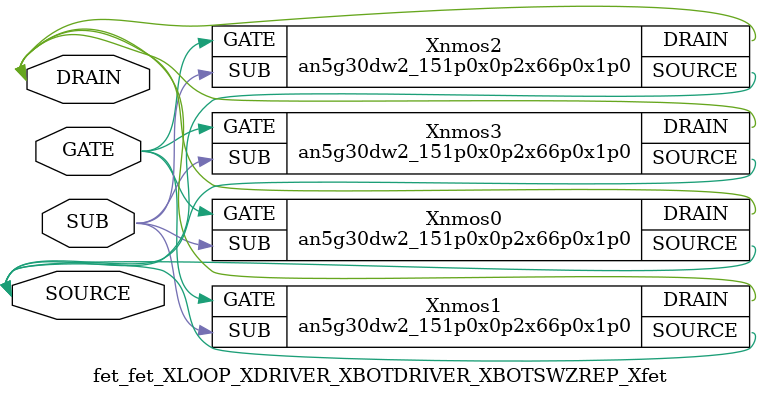
<source format=v>

module an5g30dw2_151p0x0p2x66p0x1p0 (DRAIN,GATE,SOURCE,SUB);
input GATE;
input SUB;
inout SOURCE;
inout DRAIN;
endmodule

//Celera Confidential Do Not Copy fet_fet_XLOOP_XDRIVER_XBOTDRIVER_XBOTSWZREP_Xfet
//Celera Confidential Symbol Generator
//power NMOS:Ron:0.200 Ohm
//Vgs 6V Vds 30V
//Kelvin:no

module fet_fet_XLOOP_XDRIVER_XBOTDRIVER_XBOTSWZREP_Xfet (GATE,SOURCE,DRAIN,SUB);
input GATE;
inout SOURCE;
inout DRAIN;
input SUB;

//Celera Confidential Do Not Copy an5g30dw2_151p0x0p2x66p0x1p0
an5g30dw2_151p0x0p2x66p0x1p0 Xnmos0(
.DRAIN (DRAIN),
.GATE (GATE),
.SOURCE (SOURCE),
.SUB (SUB)
);
//,diesize,an5g30dw2_151p0x0p2x66p0x1p0

//Celera Confidential Do Not Copy an5g30dw2_151p0x0p2x66p0x1p0
an5g30dw2_151p0x0p2x66p0x1p0 Xnmos1(
.DRAIN (DRAIN),
.GATE (GATE),
.SOURCE (SOURCE),
.SUB (SUB)
);
//,diesize,an5g30dw2_151p0x0p2x66p0x1p0

//Celera Confidential Do Not Copy an5g30dw2_151p0x0p2x66p0x1p0
an5g30dw2_151p0x0p2x66p0x1p0 Xnmos2(
.DRAIN (DRAIN),
.GATE (GATE),
.SOURCE (SOURCE),
.SUB (SUB)
);
//,diesize,an5g30dw2_151p0x0p2x66p0x1p0

//Celera Confidential Do Not Copy an5g30dw2_151p0x0p2x66p0x1p0
an5g30dw2_151p0x0p2x66p0x1p0 Xnmos3(
.DRAIN (DRAIN),
.GATE (GATE),
.SOURCE (SOURCE),
.SUB (SUB)
);
//,diesize,an5g30dw2_151p0x0p2x66p0x1p0

//Celera Confidential Do Not Copy Module End
//Celera Schematic Generator
endmodule

</source>
